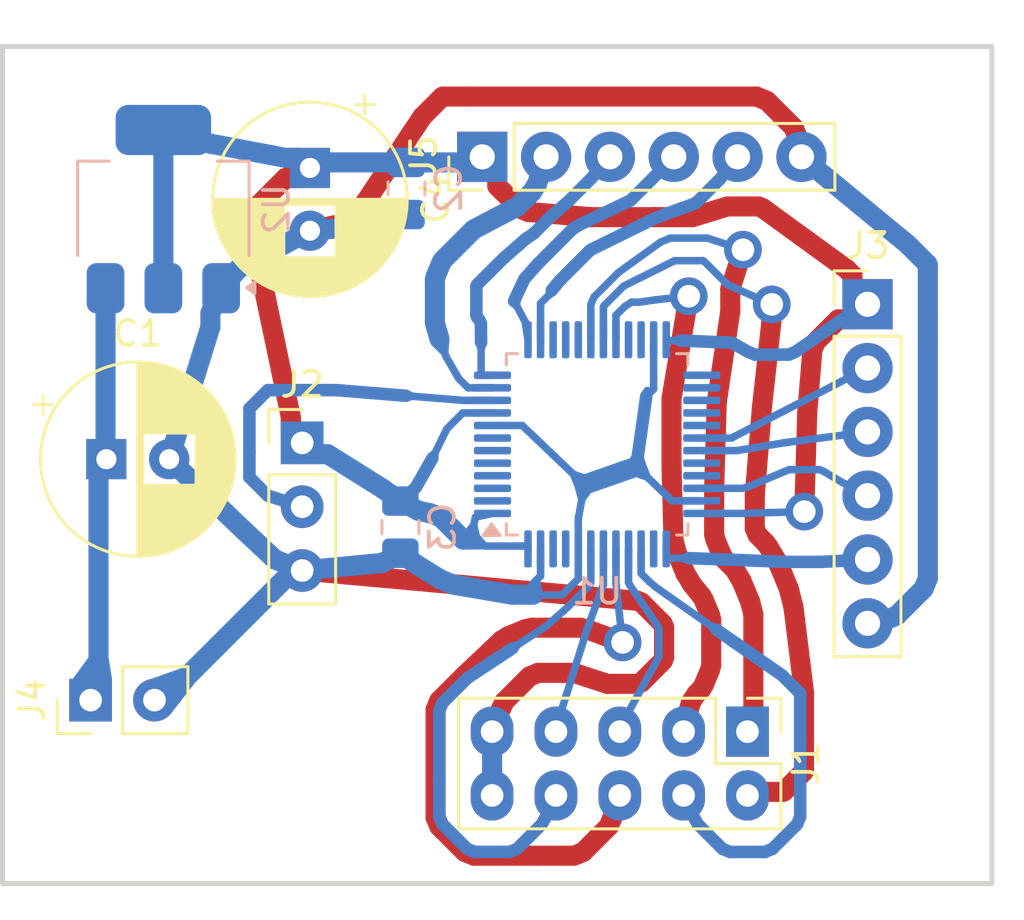
<source format=kicad_pcb>
(kicad_pcb (version 20241229) (generator "pcbnew") (generator_version "9.0")
  (layers (0 "F.Cu" signal) (2 "B.Cu" signal) (13 "F.Paste" user) (15 "B.Paste" user) (5 "F.SilkS" user "F.Silkscreen") (7 "B.SilkS" user "B.Silkscreen") (1 "F.Mask" user) (3 "B.Mask" user) (25 "Edge.Cuts" user))
  (net 0 "")
  (net 1 "GNDREF")
  (net 2 "+5V")
  (net 3 "+3.3V")
  (net 4 "button_2")
  (net 5 "button_4")
  (net 6 "button_1")
  (net 7 "button_3")
  (net 8 "RX433")
  (net 24 "Net-(J1-Pin_8)")
  (net 25 "Net-(J1-Pin_6)")
  (net 26 "Net-(J1-Pin_5)")
  (net 27 "Net-(J1-Pin_1)")
  (net 28 "Net-(J1-Pin_3)")
  (net 29 "Net-(J1-Pin_4)")
  (net 30 "Net-(J1-Pin_7)")
  (net 31 "Net-(J1-Pin_2)")
  (net 38 "/SWCLK")
  (net 39 "/RX")
  (net 40 "/TX")
  (net 41 "/SWDIO")
  (footprint "Capacitor_THT:CP_Radial_D7.5mm_P2.50mm" (layer "F.Cu") (at 37.572 44.5726)
    (property "Reference" "C1")
    (property "Value" "C_Polarized")
  )
  (footprint "main:PinHeader_1x02_P2.54mm_Vertical" (layer "F.Cu") (at 36.9465 54.1643 90)
    (property "Reference" "J4")
    (property "Value" "Conn_01x02_Pin" (hide yes))
  )
  (footprint "main:PinHeader_2x05_P2.54mm_Vertical" (layer "F.Cu") (at 63.0796 55.4183 -90)
    (property "Reference" "J1")
    (property "Value" "Conn_01x10_Pin")
  )
  (footprint "main:PinHeader_1x06_P2.54mm_Vertical" (layer "F.Cu") (at 67.8568 38.4056)
    (property "Reference" "J3")
    (property "Value" "Conn_01x06_Pin")
  )
  (footprint "main:PinHeader_1x03_P2.54mm_Vertical" (layer "F.Cu") (at 45.3633 43.9247)
    (property "Reference" "J2")
    (property "Value" "Conn_01x03_Pin")
  )
  (footprint "Capacitor_THT:CP_Radial_D7.5mm_P2.50mm" (layer "F.Cu") (at 45.6717 32.9784 -90)
    (property "Reference" "C4")
    (property "Value" "C_Polarized")
  )
  (footprint "main:PinHeader_1x06_P2.54mm_Vertical" (layer "F.Cu") (at 52.5272 32.5374 90)
    (property "Reference" "J5")
    (property "Value" "Conn_01x06_Pin")
  )
  (footprint "Package_TO_SOT_SMD:SOT-223-3_TabPin2" (layer "B.Cu") (at 39.8399 34.6178 90)
    (property "Reference" "U2")
    (property "Value" "AMS1117-3.3")
  )
  (footprint "Package_QFP:LQFP-48_7x7mm_P0.5mm" (layer "B.Cu") (at 57.0978 43.9814)
    (property "Reference" "U1")
    (property "Value" "STM32F103C6Tx")
  )
  (footprint "Capacitor_SMD:C_0805_2012Metric_Pad1.18x1.45mm_HandSolder" (layer "B.Cu") (at 49.5137 33.7961 90)
    (property "Reference" "C2")
    (property "Value" "C_Small")
  )
  (footprint "Capacitor_SMD:C_0805_2012Metric_Pad1.18x1.45mm_HandSolder" (layer "B.Cu") (at 49.2698 47.2784 90)
    (property "Reference" "C3")
    (property "Value" "C_Small")
  )
  (gr_rect (start 33.4404 28.1423) (end 72.804 61.4671) (stroke (width 0.2)) (fill no) (layer "Edge.Cuts"))
  (segment (start 64.9155 31.3698) (end 63.8548 30.3091) (width 0.8) (layer "F.Cu") (net 1))
  (segment (start 50.1467 30.9363) (end 47.8522 34.3795) (width 0.8) (layer "F.Cu") (net 1))
  (segment (start 63.4402 30.1374) (end 52.0813 30.1374) (width 0.8) (layer "F.Cu") (net 1))
  (segment (start 50.9261 30.1569) (end 50.1467 30.9363) (width 0.8) (layer "F.Cu") (net 1))
  (segment (start 59.7045 51.1226) (end 58.8544 50.2725) (width 0.8) (layer "F.Cu") (net 1))
  (segment (start 52.0813 30.1374) (end 50.9731 30.1374) (width 0.8) (layer "F.Cu") (net 1))
  (segment (start 52.9196 55.2683) (end 53.4105 54.2204) (width 0.8) (layer "F.Cu") (net 1))
  (segment (start 59.7045 52.6094) (end 59.7622 52.47) (width 0.8) (layer "F.Cu") (net 1))
  (segment (start 58.715 50.2148) (end 45.3633 49.0047) (width 0.8) (layer "F.Cu") (net 1))
  (segment (start 52.9196 55.4183) (end 52.9196 55.2683) (width 0.8) (layer "F.Cu") (net 1))
  (segment (start 54.4117 53.2192) (end 54.7487 53.0796) (width 0.8) (layer "F.Cu") (net 1))
  (segment (start 54.7487 53.0796) (end 56.1705 53.0796) (width 0.8) (layer "F.Cu") (net 1))
  (segment (start 50.9731 30.1374) (end 50.9261 30.1569) (width 0.8) (layer "F.Cu") (net 1))
  (segment (start 58.8544 50.2725) (end 58.715 50.2148) (width 0.8) (layer "F.Cu") (net 1))
  (segment (start 47.8522 34.3795) (end 47.0728 35.1589) (width 0.8) (layer "F.Cu") (net 1))
  (segment (start 59.7622 51.262) (end 59.7045 51.1226) (width 0.8) (layer "F.Cu") (net 1))
  (segment (start 58.8544 53.4595) (end 59.7045 52.6094) (width 0.8) (layer "F.Cu") (net 1))
  (segment (start 65.0872 31.7844) (end 64.9155 31.3698) (width 0.8) (layer "F.Cu") (net 1))
  (segment (start 47.0258 35.1784) (end 45.6717 35.4784) (width 0.8) (layer "F.Cu") (net 1))
  (segment (start 57.507 53.5172) (end 58.715 53.5172) (width 0.8) (layer "F.Cu") (net 1))
  (segment (start 56.1705 53.0796) (end 57.507 53.5172) (width 0.8) (layer "F.Cu") (net 1))
  (segment (start 65.2272 32.5374) (end 65.0872 31.7844) (width 0.8) (layer "F.Cu") (net 1))
  (segment (start 47.0728 35.1589) (end 47.0258 35.1784) (width 0.8) (layer "F.Cu") (net 1))
  (segment (start 53.4105 54.2204) (end 54.4117 53.2192) (width 0.8) (layer "F.Cu") (net 1))
  (segment (start 63.8548 30.3091) (end 63.4402 30.1374) (width 0.8) (layer "F.Cu") (net 1))
  (segment (start 58.715 53.5172) (end 58.8544 53.4595) (width 0.8) (layer "F.Cu") (net 1))
  (segment (start 59.7622 52.47) (end 59.7622 51.262) (width 0.8) (layer "F.Cu") (net 1))
  (segment (start 45.3633 49.0047) (end 44.6402 48.7147) (width 0.8) (layer "B.Cu") (net 1))
  (segment (start 70.0851 49.7332) (end 70.2568 49.3186) (width 0.8) (layer "B.Cu") (net 1))
  (segment (start 56.4867 46.1807) (end 56.3499 45.6528) (width 0.3) (layer "B.Cu") (net 1))
  (segment (start 49.2698 48.3159) (end 49.9494 48.7901) (width 0.8) (layer "B.Cu") (net 1))
  (segment (start 53.7334 49.9695) (end 54.5464 49.9695) (width 0.8) (layer "B.Cu") (net 1))
  (segment (start 67.8568 51.1056) (end 68.6098 50.9656) (width 0.8) (layer "B.Cu") (net 1))
  (segment (start 56.3478 47.4061) (end 56.3478 48.1439) (width 0.3) (layer "B.Cu") (net 1))
  (segment (start 59.0896 45.2837) (end 58.5746 45.1044) (width 0.3) (layer "B.Cu") (net 1))
  (segment (start 68.6098 50.9656) (end 69.0244 50.7939) (width 0.8) (layer "B.Cu") (net 1))
  (segment (start 54.6833 49.3853) (end 54.3489 49.8162) (width 0.3) (layer "B.Cu") (net 1))
  (segment (start 61.2603 46.2314) (end 60.5225 46.2314) (width 0.3) (layer "B.Cu") (net 1))
  (segment (start 56.4867 46.1807) (end 56.7973 45.7324) (width 0.3) (layer "B.Cu") (net 1))
  (segment (start 70.2373 36.8045) (end 69.4579 36.0251) (width 0.8) (layer "B.Cu") (net 1))
  (segment (start 56.3478 49.3332) (end 55.7012 49.9798) (width 0.3) (layer "B.Cu") (net 1))
  (segment (start 58.6567 44.8683) (end 59.0523 42.0767) (width 0.5) (layer "B.Cu") (net 1))
  (segment (start 54.8478 49.2208) (end 54.5464 49.5222) (width 0.3) (layer "B.Cu") (net 1))
  (segment (start 70.2568 49.3186) (end 70.2568 39.9597) (width 0.8) (layer "B.Cu") (net 1))
  (segment (start 60.5225 46.2314) (end 60.0772 46.2314) (width 0.3) (layer "B.Cu") (net 1))
  (segment (start 70.2568 36.8515) (end 70.2373 36.8045) (width 0.8) (layer "B.Cu") (net 1))
  (segment (start 56.5918 45.59) (end 56.3478 46.9608) (width 0.3) (layer "B.Cu") (net 1))
  (segment (start 60.0772 46.2314) (end 58.6567 44.8683) (width 0.3) (layer "B.Cu") (net 1))
  (segment (start 70.2568 39.9597) (end 70.2568 38.8515) (width 0.8) (layer "B.Cu") (net 1))
  (segment (start 56.3478 48.8817) (end 56.3478 49.3332) (width 0.3) (layer "B.Cu") (net 1))
  (segment (start 58.6567 44.8683) (end 56.5918 45.59) (width 0.8) (layer "B.Cu") (net 1))
  (segment (start 49.2698 48.3159) (end 48.5534 48.7014) (width 0.8) (layer "B.Cu") (net 1))
  (segment (start 49.9494 48.7901) (end 50.8339 49.3391) (width 0.8) (layer "B.Cu") (net 1))
  (segment (start 39.8411 54.1643) (end 39.4865 54.1643) (width 0.8) (layer "B.Cu") (net 1))
  (segment (start 59.3478 41.7812) (end 59.0523 42.0767) (width 0.3) (layer "B.Cu") (net 1))
  (segment (start 54.7868 49.9798) (end 54.5464 49.9695) (width 0.3) (layer "B.Cu") (net 1))
  (segment (start 54.6833 49.3853) (end 54.7915 49.92) (width 0.3) (layer "B.Cu") (net 1))
  (segment (start 59.0896 45.2837) (end 58.8892 44.7764) (width 0.3) (layer "B.Cu") (net 1))
  (segment (start 48.7973 35.2191) (end 45.6717 35.4784) (width 0.8) (layer "B.Cu") (net 1))
  (segment (start 56.3478 46.9608) (end 56.3478 47.4061) (width 0.3) (layer "B.Cu") (net 1))
  (segment (start 52.9196 55.5683) (end 52.9196 55.4183) (width 0.8) (layer "B.Cu") (net 1))
  (segment (start 54.1184 43.2314) (end 56.5918 45.59) (width 0.3) (layer "B.Cu") (net 1))
  (segment (start 44.6402 48.7147) (end 44.2807 48.5658) (width 0.8) (layer "B.Cu") (net 1))
  (segment (start 55.7012 49.9798) (end 54.7868 49.9798) (width 0.3) (layer "B.Cu") (net 1))
  (segment (start 70.2568 38.8515) (end 70.2568 36.8515) (width 0.8) (layer "B.Cu") (net 1))
  (segment (start 53.6731 43.2314) (end 54.1184 43.2314) (width 0.3) (layer "B.Cu") (net 1))
  (segment (start 59.096 41.8407) (end 59.1493 42.0523) (width 0.3) (layer "B.Cu") (net 1))
  (segment (start 54.8478 48.1439) (end 54.8478 49.2208) (width 0.3) (layer "B.Cu") (net 1))
  (segment (start 42.1399 37.7678) (end 41.7112 38.7614) (width 0.8) (layer "B.Cu") (net 1))
  (segment (start 54.5464 49.5222) (end 54.5464 49.9695) (width 0.3) (layer "B.Cu") (net 1))
  (segment (start 44.2807 48.5658) (end 43.0431 47.4079) (width 0.8) (layer "B.Cu") (net 1))
  (segment (start 45.0007 49.0047) (end 39.8411 54.1643) (width 0.8) (layer "B.Cu") (net 1))
  (segment (start 58.7072 44.5119) (end 58.8005 44.8255) (width 0.5) (layer "B.Cu") (net 1))
  (segment (start 56.1576 45.1759) (end 56.6733 45.3536) (width 0.3) (layer "B.Cu") (net 1))
  (segment (start 51.3965 49.5724) (end 53.7334 49.9695) (width 0.8) (layer "B.Cu") (net 1))
  (segment (start 56.3478 48.1439) (end 56.3478 48.8817) (width 0.3) (layer "B.Cu") (net 1))
  (segment (start 48.5534 48.7014) (end 45.3633 49.0047) (width 0.8) (layer "B.Cu") (net 1))
  (segment (start 41.7112 39.3055) (end 40.072 44.5726) (width 0.8) (layer "B.Cu") (net 1))
  (segment (start 42.1399 37.7678) (end 42.8485 36.9797) (width 0.8) (layer "B.Cu") (net 1))
  (segment (start 45.3633 49.0047) (end 45.0007 49.0047) (width 0.8) (layer "B.Cu") (net 1))
  (segment (start 56.1576 45.1759) (end 56.3595 45.6826) (width 0.3) (layer "B.Cu") (net 1))
  (segment (start 52.9196 57.8083) (end 52.9196 55.5683) (width 0.8) (layer "B.Cu") (net 1))
  (segment (start 43.0431 47.4079) (end 40.072 44.5726) (width 0.8) (layer "B.Cu") (net 1))
  (segment (start 42.8485 36.9797) (end 45.6717 35.4784) (width 0.8) (layer "B.Cu") (net 1))
  (segment (start 41.7112 38.7614) (end 41.7112 39.3055) (width 0.8) (layer "B.Cu") (net 1))
  (segment (start 69.0244 50.7939) (end 70.0851 49.7332) (width 0.8) (layer "B.Cu") (net 1))
  (segment (start 49.5137 34.8336) (end 48.7973 35.2191) (width 0.8) (layer "B.Cu") (net 1))
  (segment (start 50.8339 49.3391) (end 50.8672 49.3591) (width 0.8) (layer "B.Cu") (net 1))
  (segment (start 69.4579 36.0251) (end 65.2272 32.5374) (width 0.8) (layer "B.Cu") (net 1))
  (segment (start 52.9353 43.2314) (end 53.6731 43.2314) (width 0.3) (layer "B.Cu") (net 1))
  (segment (start 52.9196 57.9583) (end 52.9196 57.8083) (width 0.8) (layer "B.Cu") (net 1))
  (segment (start 50.8672 49.3591) (end 51.3588 49.5629) (width 0.8) (layer "B.Cu") (net 1))
  (segment (start 58.7072 44.5119) (end 58.5305 44.7873) (width 0.5) (layer "B.Cu") (net 1))
  (segment (start 59.3478 39.8189) (end 59.3478 41.7812) (width 0.3) (layer "B.Cu") (net 1))
  (segment (start 51.3588 49.5629) (end 51.3965 49.5724) (width 0.8) (layer "B.Cu") (net 1))
  (segment (start 59.096 41.8407) (end 58.9705 42.0191) (width 0.3) (layer "B.Cu") (net 1))
  (segment (start 37.2592 44.9726) (end 37.572 44.5726) (width 0.8) (layer "B.Cu") (net 2))
  (segment (start 36.9465 54.1643) (end 37.2592 53.7143) (width 0.8) (layer "B.Cu") (net 2))
  (segment (start 37.5399 37.7678) (end 37.5399 38.7692) (width 0.8) (layer "B.Cu") (net 2))
  (segment (start 37.5399 43.7726) (end 37.5399 44.1726) (width 0.8) (layer "B.Cu") (net 2))
  (segment (start 37.5399 44.1726) (end 37.572 44.5726) (width 0.8) (layer "B.Cu") (net 2))
  (segment (start 37.5399 38.7692) (end 37.5399 43.7726) (width 0.8) (layer "B.Cu") (net 2))
  (segment (start 37.2592 53.7143) (end 37.2592 44.9726) (width 0.8) (layer "B.Cu") (net 2))
  (segment (start 54.3551 34.7317) (end 56.8542 34.9374) (width 0.8) (layer "F.Cu") (net 3))
  (segment (start 60.9002 34.9374) (end 62.282 34.5117) (width 0.8) (layer "F.Cu") (net 3))
  (segment (start 43.6418 34.4434) (end 44.4717 33.6127) (width 0.8) (layer "F.Cu") (net 3))
  (segment (start 59.3942 34.9374) (end 60.9002 34.9374) (width 0.8) (layer "F.Cu") (net 3))
  (segment (start 62.282 34.5117) (end 63.5192 34.5117) (width 0.8) (layer "F.Cu") (net 3))
  (segment (start 53.1272 33.5374) (end 53.1272 33.7031) (width 0.8) (layer "F.Cu") (net 3))
  (segment (start 67.2568 37.4056) (end 67.2568 37.8056) (width 0.8) (layer "F.Cu") (net 3))
  (segment (start 44.9133 42.909) (end 43.5057 36.1848) (width 0.8) (layer "F.Cu") (net 3))
  (segment (start 53.1272 33.1374) (end 53.1272 33.5374) (width 0.8) (layer "F.Cu") (net 3))
  (segment (start 45.2717 33.3784) (end 45.6717 32.9784) (width 0.8) (layer "F.Cu") (net 3))
  (segment (start 44.9133 43.4747) (end 44.9133 43.0747) (width 0.8) (layer "F.Cu") (net 3))
  (segment (start 63.6854 34.5806) (end 67.0225 37.0056) (width 0.8) (layer "F.Cu") (net 3))
  (segment (start 44.706 33.3784) (end 44.8717 33.3784) (width 0.8) (layer "F.Cu") (net 3))
  (segment (start 52.5272 32.5374) (end 53.1272 33.1374) (width 0.8) (layer "F.Cu") (net 3))
  (segment (start 67.0225 37.0056) (end 67.2568 37.2399) (width 0.8) (layer "F.Cu") (net 3))
  (segment (start 65.4568 42.7326) (end 65.3393 46.6602) (width 0.8) (layer "F.Cu") (net 3))
  (segment (start 67.2568 37.2399) (end 67.2568 37.4056) (width 0.8) (layer "F.Cu") (net 3))
  (segment (start 56.8542 34.9374) (end 59.3942 34.9374) (width 0.8) (layer "F.Cu") (net 3))
  (segment (start 66.8568 39.0056) (end 66.6911 39.0056) (width 0.8) (layer "F.Cu") (net 3))
  (segment (start 67.2568 37.8056) (end 67.8568 38.4056) (width 0.8) (layer "F.Cu") (net 3))
  (segment (start 44.8717 33.3784) (end 45.2717 33.3784) (width 0.8) (layer "F.Cu") (net 3))
  (segment (start 67.2568 39.0056) (end 66.8568 39.0056) (width 0.8) (layer "F.Cu") (net 3))
  (segment (start 65.8029 39.8946) (end 65.6625 40.2335) (width 0.8) (layer "F.Cu") (net 3))
  (segment (start 66.4568 39.2399) (end 65.8029 39.8946) (width 0.8) (layer "F.Cu") (net 3))
  (segment (start 66.6911 39.0056) (end 66.4568 39.2399) (width 0.8) (layer "F.Cu") (net 3))
  (segment (start 43.5057 34.772) (end 43.6418 34.4434) (width 0.8) (layer "F.Cu") (net 3))
  (segment (start 63.5192 34.5117) (end 63.6854 34.5806) (width 0.8) (layer "F.Cu") (net 3))
  (segment (start 53.1272 33.7031) (end 53.3615 33.9374) (width 0.8) (layer "F.Cu") (net 3))
  (segment (start 53.3615 33.9374) (end 54.0162 34.5913) (width 0.8) (layer "F.Cu") (net 3))
  (segment (start 54.0162 34.5913) (end 54.3551 34.7317) (width 0.8) (layer "F.Cu") (net 3))
  (segment (start 67.8568 38.4056) (end 67.2568 39.0056) (width 0.8) (layer "F.Cu") (net 3))
  (segment (start 44.9133 43.0747) (end 44.9133 42.909) (width 0.8) (layer "F.Cu") (net 3))
  (segment (start 45.3633 43.9247) (end 44.9133 43.4747) (width 0.8) (layer "F.Cu") (net 3))
  (segment (start 43.5057 36.1848) (end 43.5057 34.772) (width 0.8) (layer "F.Cu") (net 3))
  (segment (start 65.6625 40.2335) (end 65.4568 42.7326) (width 0.8) (layer "F.Cu") (net 3))
  (segment (start 44.4717 33.6127) (end 44.706 33.3784) (width 0.8) (layer "F.Cu") (net 3))
  (via (at 65.3393 46.6602) (size 1.5) (drill 0.9) (layers "F.Cu" "B.Cu") (net 3))
  (segment (start 46.2133 44.3747) (end 46.379 44.3747) (width 0.8) (layer "B.Cu") (net 3))
  (segment (start 39.8399 32.0697) (end 39.8399 31.4678) (width 0.8) (layer "B.Cu") (net 3))
  (segment (start 48.7877 32.7586) (end 46.4717 32.7586) (width 0.8) (layer "B.Cu") (net 3))
  (segment (start 50.2397 32.7586) (end 51.5272 32.7586) (width 0.8) (layer "B.Cu") (net 3))
  (segment (start 48.5902 45.7667) (end 49.2698 46.2409) (width 0.8) (layer "B.Cu") (net 3))
  (segment (start 46.379 44.3747) (end 48.5829 45.7594) (width 0.8) (layer "B.Cu") (net 3))
  (segment (start 51.7522 42.7314) (end 51.1225 43.3611) (width 0.3) (layer "B.Cu") (net 3))
  (segment (start 61.9981 46.7314) (end 61.2603 46.7314) (width 0.3) (layer "B.Cu") (net 3))
  (segment (start 44.8717 32.5784) (end 44.706 32.5784) (width 0.8) (layer "B.Cu") (net 3))
  (segment (start 49.9862 46.6264) (end 49.9965 46.6264) (width 0.8) (layer "B.Cu") (net 3))
  (segment (start 50.8912 46.8997) (end 51.7663 47.7724) (width 0.8) (layer "B.Cu") (net 3))
  (segment (start 52.1975 42.7314) (end 51.7522 42.7314) (width 0.3) (layer "B.Cu") (net 3))
  (segment (start 49.5137 32.7586) (end 48.7877 32.7586) (width 0.8) (layer "B.Cu") (net 3))
  (segment (start 49.2698 46.2409) (end 49.9862 46.6264) (width 0.8) (layer "B.Cu") (net 3))
  (segment (start 48.5829 45.7594) (end 48.5902 45.7667) (width 0.8) (layer "B.Cu") (net 3))
  (segment (start 45.8133 44.3747) (end 46.2133 44.3747) (width 0.8) (layer "B.Cu") (net 3))
  (segment (start 49.8815 45.6988) (end 49.8888 45.6915) (width 0.5) (layer "B.Cu") (net 3))
  (segment (start 64.7202 40.4111) (end 64.9878 40.3003) (width 0.5) (layer "B.Cu") (net 3))
  (segment (start 45.3633 43.9247) (end 45.8133 44.3747) (width 0.8) (layer "B.Cu") (net 3))
  (segment (start 49.9965 46.6264) (end 50.4556 46.726) (width 0.8) (layer "B.Cu") (net 3))
  (segment (start 50.6055 46.7813) (end 50.8912 46.8997) (width 0.8) (layer "B.Cu") (net 3))
  (segment (start 45.2717 32.5784) (end 44.8717 32.5784) (width 0.8) (layer "B.Cu") (net 3))
  (segment (start 46.0717 32.7586) (end 45.6717 32.9784) (width 0.8) (layer "B.Cu") (net 3))
  (segment (start 45.6717 32.9784) (end 45.2717 32.5784) (width 0.8) (layer "B.Cu") (net 3))
  (segment (start 54.3475 48.0317) (end 54.1975 48.0317) (width 0.3) (layer "B.Cu") (net 3))
  (segment (start 50.4556 46.726) (end 50.6055 46.7813) (width 0.8) (layer "B.Cu") (net 3))
  (segment (start 59.8481 39.8523) (end 59.9981 39.8523) (width 0.3) (layer "B.Cu") (net 3))
  (segment (start 54.3478 48.1439) (end 54.3475 48.0317) (width 0.3) (layer "B.Cu") (net 3))
  (segment (start 41.7524 32.0211) (end 41.736 32.0211) (width 0.8) (layer "B.Cu") (net 3))
  (segment (start 39.8399 36.7664) (end 39.8399 32.4697) (width 0.8) (layer "B.Cu") (net 3))
  (segment (start 66.8568 39.0056) (end 67.1068 39.0056) (width 0.5) (layer "B.Cu") (net 3))
  (segment (start 52.2584 46.8788) (end 52.2584 46.882) (width 0.3) (layer "B.Cu") (net 3))
  (segment (start 52.9353 42.7314) (end 52.1975 42.7314) (width 0.3) (layer "B.Cu") (net 3))
  (segment (start 41.736 32.0211) (end 39.8399 31.4678) (width 0.8) (layer "B.Cu") (net 3))
  (segment (start 51.9272 32.7586) (end 52.5272 32.5374) (width 0.8) (layer "B.Cu") (net 3))
  (segment (start 51.5272 32.7586) (end 51.9272 32.7586) (width 0.8) (layer "B.Cu") (net 3))
  (segment (start 60.1911 39.8523) (end 60.3894 39.9432) (width 0.3) (layer "B.Cu") (net 3))
  (segment (start 54.1975 48.0317) (end 52.6439 48.0317) (width 0.3) (layer "B.Cu") (net 3))
  (segment (start 62.3727 39.9332) (end 62.4955 39.9556) (width 0.5) (layer "B.Cu") (net 3))
  (segment (start 49.8888 45.6915) (end 50.5397 44.5439) (width 0.5) (layer "B.Cu") (net 3))
  (segment (start 52.6076 48.0156) (end 52.2464 47.6068) (width 0.3) (layer "B.Cu") (net 3))
  (segment (start 49.5137 32.7586) (end 50.2397 32.7586) (width 0.8) (layer "B.Cu") (net 3))
  (segment (start 39.8399 32.4697) (end 39.8399 32.0697) (width 0.8) (layer "B.Cu") (net 3))
  (segment (start 39.8399 37.7678) (end 39.8399 36.7664) (width 0.8) (layer "B.Cu") (net 3))
  (segment (start 60.4311 39.8523) (end 62.3727 39.9332) (width 0.5) (layer "B.Cu") (net 3))
  (segment (start 63.1058 40.3003) (end 63.3734 40.4111) (width 0.5) (layer "B.Cu") (net 3))
  (segment (start 62.8898 46.7314) (end 61.9981 46.7314) (width 0.3) (layer "B.Cu") (net 3))
  (segment (start 44.706 32.5784) (end 41.7524 32.0211) (width 0.8) (layer "B.Cu") (net 3))
  (segment (start 64.9878 40.3003) (end 66.8568 39.0056) (width 0.5) (layer "B.Cu") (net 3))
  (segment (start 59.8478 39.8189) (end 59.8481 39.8523) (width 0.3) (layer "B.Cu") (net 3))
  (segment (start 52.6076 48.0156) (end 52.0622 48.0224) (width 0.3) (layer "B.Cu") (net 3))
  (segment (start 51.7663 47.7724) (end 52.0591 47.7724) (width 0.8) (layer "B.Cu") (net 3))
  (segment (start 50.6458 44.3286) (end 50.6397 44.5467) (width 0.3) (layer "B.Cu") (net 3))
  (segment (start 52.6439 48.0317) (end 52.0591 47.7724) (width 0.3) (layer "B.Cu") (net 3))
  (segment (start 60.1911 39.8523) (end 60.3894 39.7614) (width 0.3) (layer "B.Cu") (net 3))
  (segment (start 51.1225 43.3611) (end 50.5397 44.5439) (width 0.3) (layer "B.Cu") (net 3))
  (segment (start 52.1902 47.1869) (end 51.8601 47.6211) (width 0.3) (layer "B.Cu") (net 3))
  (segment (start 63.3734 40.4111) (end 64.7202 40.4111) (width 0.5) (layer "B.Cu") (net 3))
  (segment (start 52.2584 46.882) (end 52.0591 47.7724) (width 0.3) (layer "B.Cu") (net 3))
  (segment (start 52.9353 46.7314) (end 52.2584 46.8788) (width 0.3) (layer "B.Cu") (net 3))
  (segment (start 46.4717 32.7586) (end 46.0717 32.7586) (width 0.8) (layer "B.Cu") (net 3))
  (segment (start 50.6458 44.3286) (end 50.4765 44.4663) (width 0.3) (layer "B.Cu") (net 3))
  (segment (start 59.9981 39.8523) (end 60.4311 39.8523) (width 0.3) (layer "B.Cu") (net 3))
  (segment (start 49.2698 46.2409) (end 49.8815 45.6988) (width 0.5) (layer "B.Cu") (net 3))
  (segment (start 65.3393 46.6602) (end 62.8898 46.7314) (width 0.3) (layer "B.Cu") (net 3))
  (segment (start 62.4955 39.9556) (end 63.1058 40.3003) (width 0.5) (layer "B.Cu") (net 3))
  (segment (start 52.1902 47.1869) (end 52.3037 47.7205) (width 0.3) (layer "B.Cu") (net 3))
  (segment (start 67.1068 39.0056) (end 67.8568 38.4056) (width 0.5) (layer "B.Cu") (net 3))
  (segment (start 52.4724 39.1732) (end 52.4149 39.0343) (width 0.5) (layer "B.Cu") (net 4))
  (segment (start 52.4827 41.2311) (end 52.4827 41.0811) (width 0.3) (layer "B.Cu") (net 4))
  (segment (start 54.5766 35.5888) (end 55.2541 34.9124) (width 0.5) (layer "B.Cu") (net 4))
  (segment (start 52.4149 39.0343) (end 52.3284 38.9326) (width 0.5) (layer "B.Cu") (net 4))
  (segment (start 55.2541 34.9124) (end 55.9379 34.3214) (width 0.5) (layer "B.Cu") (net 4))
  (segment (start 52.2937 38.8488) (end 52.2937 37.7008) (width 0.5) (layer "B.Cu") (net 4))
  (segment (start 52.9353 41.2314) (end 52.4827 41.2311) (width 0.3) (layer "B.Cu") (net 4))
  (segment (start 52.4827 40.1567) (end 52.3918 39.9584) (width 0.3) (layer "B.Cu") (net 4))
  (segment (start 55.9379 34.3214) (end 56.8512 33.4081) (width 0.5) (layer "B.Cu") (net 4))
  (segment (start 56.8512 33.4081) (end 57.6072 32.5374) (width 0.5) (layer "B.Cu") (net 4))
  (segment (start 52.3284 37.617) (end 53.1359 36.8095) (width 0.5) (layer "B.Cu") (net 4))
  (segment (start 52.3284 38.9326) (end 52.2937 38.8488) (width 0.5) (layer "B.Cu") (net 4))
  (segment (start 53.1359 36.8095) (end 53.3812 36.5698) (width 0.5) (layer "B.Cu") (net 4))
  (segment (start 53.3812 36.5698) (end 54.2517 35.8062) (width 0.5) (layer "B.Cu") (net 4))
  (segment (start 52.2937 37.7008) (end 52.3284 37.617) (width 0.5) (layer "B.Cu") (net 4))
  (segment (start 52.4827 40.1567) (end 52.5736 39.9584) (width 0.3) (layer "B.Cu") (net 4))
  (segment (start 52.4827 41.0811) (end 52.4827 39.9167) (width 0.3) (layer "B.Cu") (net 4))
  (segment (start 54.2517 35.8062) (end 54.5766 35.5888) (width 0.5) (layer "B.Cu") (net 4))
  (segment (start 52.4827 39.9167) (end 52.4724 39.1732) (width 0.5) (layer "B.Cu") (net 4))
  (segment (start 60.8057 34.4622) (end 61.0456 34.3628) (width 0.5) (layer "B.Cu") (net 5))
  (segment (start 55.2118 38.0253) (end 55.3509 37.9315) (width 0.3) (layer "B.Cu") (net 5))
  (segment (start 55.1927 38.0253) (end 55.2118 38.0253) (width 0.3) (layer "B.Cu") (net 5))
  (segment (start 61.9726 33.4358) (end 62.6872 32.5374) (width 0.5) (layer "B.Cu") (net 5))
  (segment (start 61.0456 34.3628) (end 61.9726 33.4358) (width 0.5) (layer "B.Cu") (net 5))
  (segment (start 56.9095 36.205) (end 59.001 35.1761) (width 0.5) (layer "B.Cu") (net 5))
  (segment (start 55.6065 37.468) (end 56.8097 36.2648) (width 0.5) (layer "B.Cu") (net 5))
  (segment (start 59.001 35.1761) (end 59.1665 35.0827) (width 0.5) (layer "B.Cu") (net 5))
  (segment (start 56.8097 36.2648) (end 56.9095 36.205) (width 0.5) (layer "B.Cu") (net 5))
  (segment (start 59.1665 35.0827) (end 59.731 34.8487) (width 0.5) (layer "B.Cu") (net 5))
  (segment (start 54.8478 38.3702) (end 55.1927 38.0253) (width 0.3) (layer "B.Cu") (net 5))
  (segment (start 54.8478 39.8189) (end 54.8478 38.3702) (width 0.3) (layer "B.Cu") (net 5))
  (segment (start 55.2118 38.0253) (end 55.295 37.8486) (width 0.3) (layer "B.Cu") (net 5))
  (segment (start 59.731 34.8487) (end 60.8057 34.4622) (width 0.5) (layer "B.Cu") (net 5))
  (segment (start 55.2118 38.0253) (end 55.1955 37.8583) (width 0.3) (layer "B.Cu") (net 5))
  (segment (start 55.295 37.8486) (end 55.6065 37.468) (width 0.5) (layer "B.Cu") (net 5))
  (segment (start 51.5914 41.3634) (end 51.1022 40.5178) (width 0.3) (layer "B.Cu") (net 6))
  (segment (start 50.673 37.3005) (end 50.9001 36.7527) (width 0.8) (layer "B.Cu") (net 6))
  (segment (start 53.9307 34.5115) (end 54.5013 33.9409) (width 0.8) (layer "B.Cu") (net 6))
  (segment (start 50.6437 39.1325) (end 50.6437 37.4171) (width 0.8) (layer "B.Cu") (net 6))
  (segment (start 50.6437 37.4171) (end 50.673 37.3005) (width 0.8) (layer "B.Cu") (net 6))
  (segment (start 54.5013 33.9409) (end 54.7039 33.6248) (width 0.8) (layer "B.Cu") (net 6))
  (segment (start 54.7039 33.6248) (end 55.0672 32.5374) (width 0.8) (layer "B.Cu") (net 6))
  (segment (start 52.1975 41.7314) (end 51.9594 41.7314) (width 0.3) (layer "B.Cu") (net 6))
  (segment (start 50.673 39.2491) (end 50.6437 39.1325) (width 0.8) (layer "B.Cu") (net 6))
  (segment (start 50.9619 36.6496) (end 52.1685 35.443) (width 0.8) (layer "B.Cu") (net 6))
  (segment (start 52.9353 41.7314) (end 52.1975 41.7314) (width 0.3) (layer "B.Cu") (net 6))
  (segment (start 50.9001 36.7527) (end 50.9619 36.6496) (width 0.8) (layer "B.Cu") (net 6))
  (segment (start 51.0332 40.3388) (end 51.0718 39.7947) (width 0.3) (layer "B.Cu") (net 6))
  (segment (start 51.1022 40.5178) (end 51.0827 40.4708) (width 0.3) (layer "B.Cu") (net 6))
  (segment (start 52.2716 35.3812) (end 53.9307 34.5115) (width 0.8) (layer "B.Cu") (net 6))
  (segment (start 51.9594 41.7314) (end 51.5914 41.3634) (width 0.3) (layer "B.Cu") (net 6))
  (segment (start 51.0332 40.3388) (end 50.6462 39.9543) (width 0.3) (layer "B.Cu") (net 6))
  (segment (start 50.8224 39.777) (end 50.673 39.2491) (width 0.8) (layer "B.Cu") (net 6))
  (segment (start 51.0827 40.4708) (end 50.8224 39.777) (width 0.3) (layer "B.Cu") (net 6))
  (segment (start 52.1685 35.443) (end 52.2716 35.3812) (width 0.8) (layer "B.Cu") (net 6))
  (segment (start 54.2047 37.397) (end 54.7405 36.7921) (width 0.5) (layer "B.Cu") (net 7))
  (segment (start 56.1338 35.3988) (end 56.4179 35.2284) (width 0.5) (layer "B.Cu") (net 7))
  (segment (start 54.2296 39.0928) (end 53.7937 38.2748) (width 0.3) (layer "B.Cu") (net 7))
  (segment (start 58.4393 34.2635) (end 59.3333 33.3695) (width 0.5) (layer "B.Cu") (net 7))
  (segment (start 53.7937 38.2748) (end 54.2047 37.397) (width 0.5) (layer "B.Cu") (net 7))
  (segment (start 54.3478 39.8189) (end 54.2318 39.095) (width 0.3) (layer "B.Cu") (net 7))
  (segment (start 53.9066 38.4866) (end 53.8935 38.2688) (width 0.3) (layer "B.Cu") (net 7))
  (segment (start 54.7405 36.7921) (end 56.1338 35.3988) (width 0.5) (layer "B.Cu") (net 7))
  (segment (start 56.4179 35.2284) (end 58.4393 34.2635) (width 0.5) (layer "B.Cu") (net 7))
  (segment (start 59.3333 33.3695) (end 60.1472 32.5374) (width 0.5) (layer "B.Cu") (net 7))
  (segment (start 53.9066 38.4866) (end 53.7331 38.3544) (width 0.3) (layer "B.Cu") (net 7))
  (segment (start 54.2318 39.095) (end 54.2296 39.0928) (width 0.3) (layer "B.Cu") (net 7))
  (segment (start 43.9955 41.8247) (end 43.2633 42.5569) (width 0.5) (layer "B.Cu") (net 8))
  (segment (start 52.1975 42.2314) (end 51.7833 42.2314) (width 0.3) (layer "B.Cu") (net 8))
  (segment (start 45.0311 41.8247) (end 43.9955 41.8247) (width 0.5) (layer "B.Cu") (net 8))
  (segment (start 49.7228 42.0661) (end 49.5324 41.9596) (width 0.3) (layer "B.Cu") (net 8))
  (segment (start 43.2633 42.5569) (end 43.2633 44.2569) (width 0.5) (layer "B.Cu") (net 8))
  (segment (start 49.4836 42.0469) (end 46.7311 41.8247) (width 0.5) (layer "B.Cu") (net 8))
  (segment (start 43.2633 45.2925) (end 43.9955 46.0247) (width 0.5) (layer "B.Cu") (net 8))
  (segment (start 43.2633 44.2569) (end 43.2633 45.2925) (width 0.5) (layer "B.Cu") (net 8))
  (segment (start 49.7228 42.0661) (end 49.5178 42.1408) (width 0.3) (layer "B.Cu") (net 8))
  (segment (start 43.9955 46.0247) (end 45.3633 46.4647) (width 0.5) (layer "B.Cu") (net 8))
  (segment (start 46.7311 41.8247) (end 45.0311 41.8247) (width 0.5) (layer "B.Cu") (net 8))
  (segment (start 52.9353 42.2314) (end 52.1975 42.2314) (width 0.3) (layer "B.Cu") (net 8))
  (segment (start 51.7833 42.2314) (end 49.4836 42.0469) (width 0.3) (layer "B.Cu") (net 8))
  (segment (start 50.9457 54.2707) (end 50.8196 54.575) (width 0.5) (layer "B.Cu") (net 24))
  (segment (start 56.8478 48.1439) (end 56.8478 48.8817) (width 0.3) (layer "B.Cu") (net 24))
  (segment (start 53.9191 51.9758) (end 53.7034 52.0087) (width 0.3) (layer "B.Cu") (net 24))
  (segment (start 54.8935 59.1059) (end 55.4596 58.1083) (width 0.5) (layer "B.Cu") (net 24))
  (segment (start 52.2263 60.2083) (end 53.6129 60.2083) (width 0.5) (layer "B.Cu") (net 24))
  (segment (start 53.9191 51.9758) (end 53.8032 52.1607) (width 0.3) (layer "B.Cu") (net 24))
  (segment (start 53.6129 60.2083) (end 53.9172 60.0822) (width 0.5) (layer "B.Cu") (net 24))
  (segment (start 55.78 50.5967) (end 55.0653 51.2223) (width 0.3) (layer "B.Cu") (net 24))
  (segment (start 55.0653 51.2223) (end 53.7185 52.1076) (width 0.3) (layer "B.Cu") (net 24))
  (segment (start 51.922 53.2944) (end 50.9457 54.2707) (width 0.5) (layer "B.Cu") (net 24))
  (segment (start 51.922 60.0822) (end 52.2263 60.2083) (width 0.5) (layer "B.Cu") (net 24))
  (segment (start 50.8196 54.575) (end 50.8196 57.415) (width 0.5) (layer "B.Cu") (net 24))
  (segment (start 55.4596 58.1083) (end 55.4596 57.9583) (width 0.5) (layer "B.Cu") (net 24))
  (segment (start 50.8196 58.8016) (end 50.9457 59.1059) (width 0.5) (layer "B.Cu") (net 24))
  (segment (start 50.9457 59.1059) (end 51.922 60.0822) (width 0.5) (layer "B.Cu") (net 24))
  (segment (start 56.8478 48.8817) (end 56.8478 49.4706) (width 0.3) (layer "B.Cu") (net 24))
  (segment (start 56.7973 49.5926) (end 55.9606 50.4293) (width 0.3) (layer "B.Cu") (net 24))
  (segment (start 53.7185 52.1076) (end 51.922 53.2944) (width 0.5) (layer "B.Cu") (net 24))
  (segment (start 53.9172 60.0822) (end 54.8935 59.1059) (width 0.5) (layer "B.Cu") (net 24))
  (segment (start 50.8196 57.415) (end 50.8196 58.8016) (width 0.5) (layer "B.Cu") (net 24))
  (segment (start 56.8478 49.4706) (end 56.7973 49.5926) (width 0.3) (layer "B.Cu") (net 24))
  (segment (start 55.9606 50.4293) (end 55.78 50.5967) (width 0.3) (layer "B.Cu") (net 24))
  (segment (start 57.9996 58.1083) (end 57.9996 57.9583) (width 0.8) (layer "F.Cu") (net 25))
  (segment (start 54.7365 60.3583) (end 56.1827 60.3583) (width 0.8) (layer "F.Cu") (net 25))
  (segment (start 53.3145 51.7703) (end 51.837 53.1672) (width 0.8) (layer "F.Cu") (net 25))
  (segment (start 58.111 51.866) (end 56.6979 51.3491) (width 0.8) (layer "F.Cu") (net 25))
  (segment (start 54.2213 51.3491) (end 53.5594 51.6235) (width 0.8) (layer "F.Cu") (net 25))
  (segment (start 50.6696 58.8314) (end 50.8185 59.1909) (width 0.8) (layer "F.Cu") (net 25))
  (segment (start 52.1965 60.3583) (end 54.7365 60.3583) (width 0.8) (layer "F.Cu") (net 25))
  (segment (start 57.5607 59.1909) (end 57.7096 58.8314) (width 0.8) (layer "F.Cu") (net 25))
  (segment (start 56.5422 60.2094) (end 57.5607 59.1909) (width 0.8) (layer "F.Cu") (net 25))
  (segment (start 56.6979 51.3491) (end 56.421 51.2796) (width 0.8) (layer "F.Cu") (net 25))
  (segment (start 54.4982 51.2796) (end 54.2213 51.3491) (width 0.8) (layer "F.Cu") (net 25))
  (segment (start 50.6696 57.3852) (end 50.6696 58.8314) (width 0.8) (layer "F.Cu") (net 25))
  (segment (start 56.421 51.2796) (end 54.4982 51.2796) (width 0.8) (layer "F.Cu") (net 25))
  (segment (start 50.8185 59.1909) (end 51.837 60.2094) (width 0.8) (layer "F.Cu") (net 25))
  (segment (start 56.1827 60.3583) (end 56.5422 60.2094) (width 0.8) (layer "F.Cu") (net 25))
  (segment (start 50.8185 54.1857) (end 50.6696 54.5452) (width 0.8) (layer "F.Cu") (net 25))
  (segment (start 57.7096 58.8314) (end 57.9996 58.1083) (width 0.8) (layer "F.Cu") (net 25))
  (segment (start 51.837 60.2094) (end 52.1965 60.3583) (width 0.8) (layer "F.Cu") (net 25))
  (segment (start 50.6696 54.5452) (end 50.6696 57.3852) (width 0.8) (layer "F.Cu") (net 25))
  (segment (start 53.5594 51.6235) (end 53.3145 51.7703) (width 0.8) (layer "F.Cu") (net 25))
  (segment (start 51.837 53.1672) (end 50.8185 54.1857) (width 0.8) (layer "F.Cu") (net 25))
  (via (at 58.111 51.866) (size 1.5) (drill 0.9) (layers "F.Cu" "B.Cu") (net 25))
  (segment (start 57.8478 48.1439) (end 57.8478 48.8817) (width 0.3) (layer "B.Cu") (net 25))
  (segment (start 57.8478 49.5402) (end 58.111 51.866) (width 0.3) (layer "B.Cu") (net 25))
  (segment (start 57.8478 48.8817) (end 57.8478 49.5402) (width 0.3) (layer "B.Cu") (net 25))
  (segment (start 58.3939 49.5819) (end 59.5295 51.2395) (width 0.3) (layer "B.Cu") (net 26))
  (segment (start 58.3478 48.1439) (end 58.3478 48.8817) (width 0.3) (layer "B.Cu") (net 26))
  (segment (start 58.3478 48.8817) (end 58.3478 49.4706) (width 0.3) (layer "B.Cu") (net 26))
  (segment (start 59.5295 51.2395) (end 59.5558 51.303) (width 0.3) (layer "B.Cu") (net 26))
  (segment (start 59.5558 52.429) (end 59.5295 52.4925) (width 0.3) (layer "B.Cu") (net 26))
  (segment (start 59.5558 51.303) (end 59.5558 52.429) (width 0.3) (layer "B.Cu") (net 26))
  (segment (start 59.5295 52.4925) (end 57.9996 55.2683) (width 0.3) (layer "B.Cu") (net 26))
  (segment (start 57.9996 55.2683) (end 57.9996 55.4183) (width 0.3) (layer "B.Cu") (net 26))
  (segment (start 58.3478 49.4706) (end 58.3939 49.5819) (width 0.3) (layer "B.Cu") (net 26))
  (segment (start 63.3141 50.7582) (end 63.3141 54.4183) (width 0.8) (layer "F.Cu") (net 27))
  (segment (start 63.1847 50.2411) (end 63.1877 50.2504) (width 0.8) (layer "F.Cu") (net 27))
  (segment (start 63.1877 50.2504) (end 63.3115 50.742) (width 0.8) (layer "F.Cu") (net 27))
  (segment (start 62.3955 38.6907) (end 61.8568 42.3145) (width 0.8) (layer "F.Cu") (net 27))
  (segment (start 61.7539 45.7487) (end 61.7539 47.5717) (width 0.8) (layer "F.Cu") (net 27))
  (segment (start 62.1617 48.5553) (end 62.5697 48.9637) (width 0.8) (layer "F.Cu") (net 27))
  (segment (start 61.8041 47.7716) (end 62.0557 48.3786) (width 0.8) (layer "F.Cu") (net 27))
  (segment (start 61.7539 47.5717) (end 61.8041 47.7716) (width 0.8) (layer "F.Cu") (net 27))
  (segment (start 62.0557 48.3786) (end 62.1617 48.5553) (width 0.8) (layer "F.Cu") (net 27))
  (segment (start 62.9006 36.236) (end 62.3954 37.807) (width 0.8) (layer "F.Cu") (net 27))
  (segment (start 61.8568 42.3145) (end 61.7539 45.7487) (width 0.8) (layer "F.Cu") (net 27))
  (segment (start 62.5793 48.9769) (end 62.8409 49.4137) (width 0.8) (layer "F.Cu") (net 27))
  (segment (start 63.3141 54.4183) (end 63.3141 54.8183) (width 0.8) (layer "F.Cu") (net 27))
  (segment (start 63.3141 54.8183) (end 63.0796 55.4183) (width 0.8) (layer "F.Cu") (net 27))
  (segment (start 62.8453 49.4224) (end 63.1847 50.2411) (width 0.8) (layer "F.Cu") (net 27))
  (segment (start 62.3954 37.807) (end 62.3955 38.6907) (width 0.8) (layer "F.Cu") (net 27))
  (segment (start 63.3115 50.742) (end 63.3141 50.7582) (width 0.8) (layer "F.Cu") (net 27))
  (segment (start 62.5697 48.9637) (end 62.5793 48.9769) (width 0.8) (layer "F.Cu") (net 27))
  (segment (start 62.8409 49.4137) (end 62.8453 49.4224) (width 0.8) (layer "F.Cu") (net 27))
  (via (at 62.9006 36.236) (size 1.5) (drill 0.9) (layers "F.Cu" "B.Cu") (net 27))
  (segment (start 61.4802 35.7712) (end 62.9006 36.236) (width 0.3) (layer "B.Cu") (net 27))
  (segment (start 56.8478 39.8189) (end 56.8478 39.0811) (width 0.3) (layer "B.Cu") (net 27))
  (segment (start 56.9511 38.1681) (end 56.9823 38.1058) (width 0.3) (layer "B.Cu") (net 27))
  (segment (start 57.9475 37.1406) (end 59.6245 35.93) (width 0.3) (layer "B.Cu") (net 27))
  (segment (start 56.8478 39.0811) (end 56.8478 38.4175) (width 0.3) (layer "B.Cu") (net 27))
  (segment (start 60.008 35.7712) (end 61.4802 35.7712) (width 0.3) (layer "B.Cu") (net 27))
  (segment (start 59.6245 35.93) (end 60.008 35.7712) (width 0.3) (layer "B.Cu") (net 27))
  (segment (start 56.8478 38.4175) (end 56.9511 38.1681) (width 0.3) (layer "B.Cu") (net 27))
  (segment (start 56.9823 38.1058) (end 57.9475 37.1406) (width 0.3) (layer "B.Cu") (net 27))
  (segment (start 61.3413 53.5576) (end 61.2414 53.7242) (width 0.8) (layer "F.Cu") (net 28))
  (segment (start 60.0568 42.1717) (end 60.0568 44.7995) (width 0.8) (layer "F.Cu") (net 28))
  (segment (start 60.2656 48.2851) (end 60.605 49.1038) (width 0.8) (layer "F.Cu") (net 28))
  (segment (start 61.5896 50.7733) (end 61.6369 50.9618) (width 0.8) (layer "F.Cu") (net 28))
  (segment (start 61.3413 50.1744) (end 61.5896 50.7733) (width 0.8) (layer "F.Cu") (net 28))
  (segment (start 61.0417 53.9263) (end 60.8491 54.2172) (width 0.8) (layer "F.Cu") (net 28))
  (segment (start 60.5396 55.2683) (end 60.5396 55.4183) (width 0.8) (layer "F.Cu") (net 28))
  (segment (start 60.1388 47.7842) (end 60.2626 48.2758) (width 0.8) (layer "F.Cu") (net 28))
  (segment (start 60.0568 44.7995) (end 60.1362 47.768) (width 0.8) (layer "F.Cu") (net 28))
  (segment (start 60.2626 48.2758) (end 60.2656 48.2851) (width 0.8) (layer "F.Cu") (net 28))
  (segment (start 60.8491 54.2172) (end 60.8296 54.2642) (width 0.8) (layer "F.Cu") (net 28))
  (segment (start 61.6369 50.9618) (end 61.6369 52.7702) (width 0.8) (layer "F.Cu") (net 28))
  (segment (start 60.1098 41.8396) (end 60.0568 42.1717) (width 0.8) (layer "F.Cu") (net 28))
  (segment (start 60.8806 49.5625) (end 61.2414 50.0078) (width 0.8) (layer "F.Cu") (net 28))
  (segment (start 61.2414 53.7242) (end 61.0417 53.9263) (width 0.8) (layer "F.Cu") (net 28))
  (segment (start 60.6094 49.1125) (end 60.871 49.5493) (width 0.8) (layer "F.Cu") (net 28))
  (segment (start 61.5896 52.9587) (end 61.3413 53.5576) (width 0.8) (layer "F.Cu") (net 28))
  (segment (start 60.8296 54.2642) (end 60.5396 55.2683) (width 0.8) (layer "F.Cu") (net 28))
  (segment (start 60.871 49.5493) (end 60.8806 49.5625) (width 0.8) (layer "F.Cu") (net 28))
  (segment (start 61.6369 52.7702) (end 61.5896 52.9587) (width 0.8) (layer "F.Cu") (net 28))
  (segment (start 61.2414 50.0078) (end 61.3413 50.1744) (width 0.8) (layer "F.Cu") (net 28))
  (segment (start 60.1362 47.768) (end 60.1388 47.7842) (width 0.8) (layer "F.Cu") (net 28))
  (segment (start 60.605 49.1038) (end 60.6094 49.1125) (width 0.8) (layer "F.Cu") (net 28))
  (segment (start 60.7441 38.0866) (end 60.1098 41.8396) (width 0.8) (layer "F.Cu") (net 28))
  (via (at 60.7441 38.0866) (size 1.5) (drill 0.9) (layers "F.Cu" "B.Cu") (net 28))
  (segment (start 58.1846 38.5061) (end 58.4591 38.3238) (width 0.3) (layer "B.Cu") (net 28))
  (segment (start 58.7613 38.3238) (end 59.4198 38.2289) (width 0.3) (layer "B.Cu") (net 28))
  (segment (start 57.8478 38.8429) (end 58.1846 38.5061) (width 0.3) (layer "B.Cu") (net 28))
  (segment (start 57.8478 39.8189) (end 57.8478 39.0811) (width 0.3) (layer "B.Cu") (net 28))
  (segment (start 58.4591 38.3238) (end 58.7613 38.3238) (width 0.3) (layer "B.Cu") (net 28))
  (segment (start 57.8478 39.0811) (end 57.8478 38.8429) (width 0.3) (layer "B.Cu") (net 28))
  (segment (start 59.4198 38.2289) (end 60.7441 38.0866) (width 0.3) (layer "B.Cu") (net 28))
  (segment (start 58.8478 48.8817) (end 58.8478 49.1199) (width 0.3) (layer "B.Cu") (net 29))
  (segment (start 63.7729 60.2083) (end 62.3863 60.2083) (width 0.5) (layer "B.Cu") (net 29))
  (segment (start 65.1796 53.9005) (end 65.1796 55.9005) (width 0.5) (layer "B.Cu") (net 29))
  (segment (start 64.4474 53.1683) (end 65.1796 53.9005) (width 0.5) (layer "B.Cu") (net 29))
  (segment (start 65.1796 56.9361) (end 65.1796 58.8016) (width 0.5) (layer "B.Cu") (net 29))
  (segment (start 61.6476 51.2253) (end 61.8621 51.2649) (width 0.3) (layer "B.Cu") (net 29))
  (segment (start 60.5396 58.1083) (end 60.5396 57.9583) (width 0.5) (layer "B.Cu") (net 29))
  (segment (start 65.0535 59.1059) (end 64.0772 60.0822) (width 0.5) (layer "B.Cu") (net 29))
  (segment (start 59.1846 49.4567) (end 59.4439 49.6758) (width 0.3) (layer "B.Cu") (net 29))
  (segment (start 59.4439 49.6758) (end 61.8439 51.3633) (width 0.3) (layer "B.Cu") (net 29))
  (segment (start 61.8439 51.3633) (end 64.4474 53.1683) (width 0.5) (layer "B.Cu") (net 29))
  (segment (start 58.8478 49.1199) (end 59.1846 49.4567) (width 0.3) (layer "B.Cu") (net 29))
  (segment (start 64.0772 60.0822) (end 63.7729 60.2083) (width 0.5) (layer "B.Cu") (net 29))
  (segment (start 62.082 60.0822) (end 61.1057 59.1059) (width 0.5) (layer "B.Cu") (net 29))
  (segment (start 61.1057 59.1059) (end 60.5396 58.1083) (width 0.5) (layer "B.Cu") (net 29))
  (segment (start 61.6476 51.2253) (end 61.7575 51.4137) (width 0.3) (layer "B.Cu") (net 29))
  (segment (start 58.8478 48.1439) (end 58.8478 48.8817) (width 0.3) (layer "B.Cu") (net 29))
  (segment (start 65.1796 55.9005) (end 65.1796 56.9361) (width 0.5) (layer "B.Cu") (net 29))
  (segment (start 62.3863 60.2083) (end 62.082 60.0822) (width 0.5) (layer "B.Cu") (net 29))
  (segment (start 65.1796 58.8016) (end 65.0535 59.1059) (width 0.5) (layer "B.Cu") (net 29))
  (segment (start 55.4596 55.2683) (end 55.4596 55.4183) (width 0.3) (layer "B.Cu") (net 30))
  (segment (start 56.7099 51.3117) (end 55.4596 55.2683) (width 0.3) (layer "B.Cu") (net 30))
  (segment (start 57.3478 49.5701) (end 56.7099 51.3117) (width 0.3) (layer "B.Cu") (net 30))
  (segment (start 57.3478 48.8817) (end 57.3478 49.5701) (width 0.3) (layer "B.Cu") (net 30))
  (segment (start 57.3478 48.1439) (end 57.3478 48.8817) (width 0.3) (layer "B.Cu") (net 30))
  (segment (start 64.7032 49.68) (end 64.7431 49.8022) (width 0.8) (layer "F.Cu") (net 31))
  (segment (start 63.6568 42.4981) (end 63.3716 45.9932) (width 0.8) (layer "F.Cu") (net 31))
  (segment (start 64.0468 38.9632) (end 63.6568 42.4981) (width 0.8) (layer "F.Cu") (net 31))
  (segment (start 63.3716 47.3272) (end 63.4775 47.5829) (width 0.8) (layer "F.Cu") (net 31))
  (segment (start 64.5307 57.7988) (end 64.4837 57.8183) (width 0.8) (layer "F.Cu") (net 31))
  (segment (start 64.4837 57.8183) (end 63.0796 57.8183) (width 0.8) (layer "F.Cu") (net 31))
  (segment (start 64.7431 49.8022) (end 64.8978 50.4168) (width 0.8) (layer "F.Cu") (net 31))
  (segment (start 63.804 47.9103) (end 63.9303 48.0844) (width 0.8) (layer "F.Cu") (net 31))
  (segment (start 63.0796 57.8183) (end 63.0796 57.9583) (width 0.8) (layer "F.Cu") (net 31))
  (segment (start 64.2572 48.63) (end 64.3157 48.745) (width 0.8) (layer "F.Cu") (net 31))
  (segment (start 64.3157 48.745) (end 64.7032 49.68) (width 0.8) (layer "F.Cu") (net 31))
  (segment (start 64.9318 50.6298) (end 65.3296 53.8642) (width 0.8) (layer "F.Cu") (net 31))
  (segment (start 63.3716 45.9932) (end 63.3716 47.3272) (width 0.8) (layer "F.Cu") (net 31))
  (segment (start 63.9303 48.0844) (end 64.2572 48.63) (width 0.8) (layer "F.Cu") (net 31))
  (segment (start 64.0468 38.4111) (end 64.0468 38.9632) (width 0.8) (layer "F.Cu") (net 31))
  (segment (start 65.3296 56.9724) (end 65.3101 57.0194) (width 0.8) (layer "F.Cu") (net 31))
  (segment (start 65.3296 53.8642) (end 65.3296 55.8642) (width 0.8) (layer "F.Cu") (net 31))
  (segment (start 64.8978 50.4168) (end 64.9318 50.6298) (width 0.8) (layer "F.Cu") (net 31))
  (segment (start 65.3101 57.0194) (end 64.5307 57.7988) (width 0.8) (layer "F.Cu") (net 31))
  (segment (start 63.4775 47.5829) (end 63.804 47.9103) (width 0.8) (layer "F.Cu") (net 31))
  (segment (start 65.3296 55.8642) (end 65.3296 56.9724) (width 0.8) (layer "F.Cu") (net 31))
  (via (at 64.0468 38.4111) (size 1.5) (drill 0.9) (layers "F.Cu" "B.Cu") (net 31))
  (segment (start 57.3478 39.8189) (end 57.3478 39.0811) (width 0.3) (layer "B.Cu") (net 31))
  (segment (start 57.3478 39.0811) (end 57.3478 38.5221) (width 0.3) (layer "B.Cu") (net 31))
  (segment (start 58.1575 37.6794) (end 58.1762 37.6691) (width 0.3) (layer "B.Cu") (net 31))
  (segment (start 60.187 36.6712) (end 61.3012 36.6712) (width 0.3) (layer "B.Cu") (net 31))
  (segment (start 60.1343 36.693) (end 60.187 36.6712) (width 0.3) (layer "B.Cu") (net 31))
  (segment (start 57.3711 38.4658) (end 58.1575 37.6794) (width 0.3) (layer "B.Cu") (net 31))
  (segment (start 57.3478 38.5221) (end 57.3711 38.4658) (width 0.3) (layer "B.Cu") (net 31))
  (segment (start 62.2908 37.6296) (end 64.0468 38.4111) (width 0.3) (layer "B.Cu") (net 31))
  (segment (start 61.3012 36.6712) (end 61.3539 36.693) (width 0.3) (layer "B.Cu") (net 31))
  (segment (start 58.1762 37.6691) (end 60.1343 36.693) (width 0.3) (layer "B.Cu") (net 31))
  (segment (start 61.3539 36.693) (end 62.2908 37.6296) (width 0.3) (layer "B.Cu") (net 31))
  (segment (start 60.7481 48.5134) (end 64.6659 48.6602) (width 0.5) (layer "B.Cu") (net 38))
  (segment (start 59.9981 48.5134) (end 60.7481 48.5134) (width 0.3) (layer "B.Cu") (net 38))
  (segment (start 60.5081 48.5134) (end 60.7064 48.4225) (width 0.3) (layer "B.Cu") (net 38))
  (segment (start 64.6659 48.6602) (end 66.0127 48.6602) (width 0.5) (layer "B.Cu") (net 38))
  (segment (start 60.5081 48.5134) (end 60.7064 48.6043) (width 0.3) (layer "B.Cu") (net 38))
  (segment (start 59.8481 48.5134) (end 59.9981 48.5134) (width 0.3) (layer "B.Cu") (net 38))
  (segment (start 59.8478 48.1439) (end 59.8481 48.5134) (width 0.3) (layer "B.Cu") (net 38))
  (segment (start 66.0127 48.6602) (end 67.8568 48.5656) (width 0.5) (layer "B.Cu") (net 38))
  (segment (start 61.9981 44.2314) (end 62.6566 44.2314) (width 0.3) (layer "B.Cu") (net 39))
  (segment (start 61.2603 44.2314) (end 61.9981 44.2314) (width 0.3) (layer "B.Cu") (net 39))
  (segment (start 64.5322 43.9198) (end 67.8568 43.4856) (width 0.3) (layer "B.Cu") (net 39))
  (segment (start 62.6566 44.2314) (end 64.5322 43.9198) (width 0.3) (layer "B.Cu") (net 39))
  (segment (start 61.9981 43.7314) (end 62.4434 43.7314) (width 0.3) (layer "B.Cu") (net 40))
  (segment (start 62.4434 43.7314) (end 63.5194 43.1749) (width 0.3) (layer "B.Cu") (net 40))
  (segment (start 61.2603 43.7314) (end 61.9981 43.7314) (width 0.3) (layer "B.Cu") (net 40))
  (segment (start 63.5194 43.1749) (end 66.8309 41.4693) (width 0.3) (layer "B.Cu") (net 40))
  (segment (start 66.8309 41.4693) (end 67.8568 40.9456) (width 0.3) (layer "B.Cu") (net 40))
  (segment (start 62.8898 45.7314) (end 63.059 45.6889) (width 0.3) (layer "B.Cu") (net 41))
  (segment (start 63.059 45.6889) (end 63.6442 45.4463) (width 0.3) (layer "B.Cu") (net 41))
  (segment (start 61.9981 45.7314) (end 62.8898 45.7314) (width 0.3) (layer "B.Cu") (net 41))
  (segment (start 63.6442 45.4463) (end 64.5851 45.0506) (width 0.3) (layer "B.Cu") (net 41))
  (segment (start 66.0935 45.0506) (end 66.8388 45.49) (width 0.3) (layer "B.Cu") (net 41))
  (segment (start 65.9471 44.99) (end 66.0935 45.0506) (width 0.3) (layer "B.Cu") (net 41))
  (segment (start 64.7315 44.99) (end 65.9471 44.99) (width 0.3) (layer "B.Cu") (net 41))
  (segment (start 64.5851 45.0506) (end 64.7315 44.99) (width 0.3) (layer "B.Cu") (net 41))
  (segment (start 61.2603 45.7314) (end 61.9981 45.7314) (width 0.3) (layer "B.Cu") (net 41))
  (segment (start 66.8388 45.49) (end 67.8568 46.0256) (width 0.3) (layer "B.Cu") (net 41))
)
</source>
